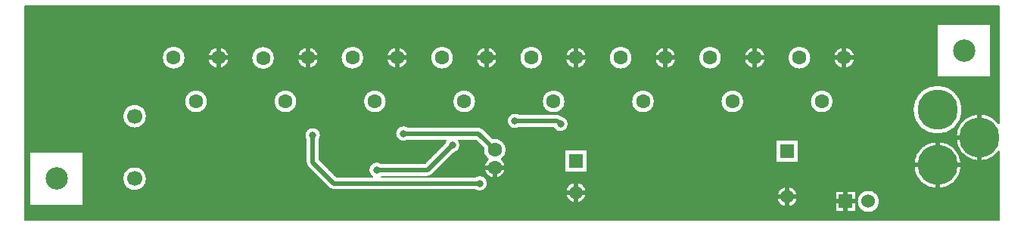
<source format=gbl>
G04 Layer_Physical_Order=2*
G04 Layer_Color=16711680*
%FSLAX24Y24*%
%MOIN*%
G70*
G01*
G75*
%ADD10C,0.0079*%
%ADD24C,0.0197*%
%ADD28C,0.0630*%
%ADD29C,0.0669*%
%ADD30R,0.0600X0.0600*%
%ADD31C,0.0600*%
%ADD32R,0.0600X0.0600*%
%ADD33C,0.1772*%
%ADD34C,0.0984*%
%ADD35C,0.0315*%
D10*
X45532Y37362D02*
G03*
X45532Y37362I-472J0D01*
G01*
X43602D02*
G03*
X43602Y37362I-512J0D01*
G01*
X41594D02*
G03*
X41594Y37362I-472J0D01*
G01*
X39665D02*
G03*
X39665Y37362I-512J0D01*
G01*
X37657D02*
G03*
X37657Y37362I-472J0D01*
G01*
X35728D02*
G03*
X35728Y37362I-512J0D01*
G01*
X33720D02*
G03*
X33720Y37362I-472J0D01*
G01*
X31791D02*
G03*
X31791Y37362I-512J0D01*
G01*
X51870Y34458D02*
G03*
X51870Y33239I-846J-610D01*
G01*
X50256Y35069D02*
G03*
X50256Y35069I-1083J0D01*
G01*
X50217Y32628D02*
G03*
X50217Y32628I-1043J0D01*
G01*
X44587Y35433D02*
G03*
X44587Y35433I-512J0D01*
G01*
X40650D02*
G03*
X40650Y35433I-512J0D01*
G01*
X36713D02*
G03*
X36713Y35433I-512J0D01*
G01*
X32923Y34439D02*
G03*
X32639Y34786I-354J0D01*
G01*
Y34786D02*
G03*
X32431Y34872I-208J-209D01*
G01*
X32639Y34786D02*
G03*
X32431Y34872I-208J-209D01*
G01*
X32776Y35433D02*
G03*
X32776Y35433I-512J0D01*
G01*
X30757Y34872D02*
G03*
X30757Y34281I-196J-295D01*
G01*
X32251D02*
G03*
X32923Y34439I317J157D01*
G01*
X30148Y32510D02*
G03*
X29970Y32879I-472J0D01*
G01*
X30187Y33297D02*
G03*
X29588Y33802I-512J0D01*
G01*
X29970Y32879D02*
G03*
X30187Y33297I-295J418D01*
G01*
X46625Y31024D02*
G03*
X46625Y31024I-497J0D01*
G01*
X43007Y31228D02*
G03*
X43007Y31228I-457J0D01*
G01*
X33706Y31417D02*
G03*
X33706Y31417I-457J0D01*
G01*
X29783Y37362D02*
G03*
X29783Y37362I-472J0D01*
G01*
X27864D02*
G03*
X27864Y37362I-512J0D01*
G01*
X25846D02*
G03*
X25846Y37362I-472J0D01*
G01*
X23917D02*
G03*
X23917Y37362I-512J0D01*
G01*
X21919D02*
G03*
X21919Y37362I-472J0D01*
G01*
X19980Y37352D02*
G03*
X19980Y37352I-512J0D01*
G01*
X17972Y37362D02*
G03*
X17972Y37362I-472J0D01*
G01*
X16043D02*
G03*
X16043Y37362I-512J0D01*
G01*
X29165Y34225D02*
G03*
X28957Y34311I-209J-209D01*
G01*
X28839Y35433D02*
G03*
X28839Y35433I-512J0D01*
G01*
X29165Y34225D02*
G03*
X28957Y34311I-209J-209D01*
G01*
X25845D02*
G03*
X25845Y33720I-196J-295D01*
G01*
X29171Y33384D02*
G03*
X29380Y32879I504J-87D01*
G01*
X28159Y33504D02*
G03*
X28086Y33720I-354J0D01*
G01*
X27525D02*
G03*
X27458Y33574I280J-217D01*
G01*
X27875Y33157D02*
G03*
X28159Y33504I-70J347D01*
G01*
X24902Y35433D02*
G03*
X24902Y35433I-512J0D01*
G01*
X29380Y32879D02*
G03*
X30148Y32510I295J-369D01*
G01*
X29360Y31821D02*
G03*
X28810Y32116I-354J0D01*
G01*
Y31526D02*
G03*
X29360Y31821I196J295D01*
G01*
X26713Y32116D02*
G03*
X26921Y32203I0J295D01*
G01*
X26713Y32116D02*
G03*
X26921Y32203I0J295D01*
G01*
X24674Y32707D02*
G03*
X24282Y32116I-196J-295D01*
G01*
X20965Y35433D02*
G03*
X20965Y35433I-512J0D01*
G01*
X22008Y33937D02*
G03*
X21358Y33741I-354J0D01*
G01*
X21949D02*
G03*
X22008Y33937I-295J196D01*
G01*
X17028Y35433D02*
G03*
X17028Y35433I-512J0D01*
G01*
X14341Y34783D02*
G03*
X14341Y34783I-531J0D01*
G01*
D02*
G03*
X14341Y34783I-531J0D01*
G01*
X21358Y32746D02*
G03*
X21445Y32537I295J0D01*
G01*
X21358Y32746D02*
G03*
X21445Y32537I295J0D01*
G01*
X14341Y32028D02*
G03*
X14341Y32028I-531J0D01*
G01*
X22370Y31612D02*
G03*
X22579Y31526I209J209D01*
G01*
X22370Y31612D02*
G03*
X22579Y31526I209J209D01*
G01*
X14341Y32028D02*
G03*
X14341Y32028I-531J0D01*
G01*
X51516Y38150D02*
X51870D01*
X51516Y38209D02*
X51870D01*
X51516Y38090D02*
X51870D01*
X51516Y38327D02*
X51870D01*
X51516Y38268D02*
X51870D01*
X51516Y37913D02*
X51870D01*
X51516Y37854D02*
X51870D01*
X51516Y38031D02*
X51870D01*
X51516Y37972D02*
X51870D01*
X51516Y38681D02*
X51870D01*
X51516Y38740D02*
X51870D01*
X51516Y38622D02*
X51870D01*
X49154Y38848D02*
X51516D01*
Y38799D02*
X51870D01*
X51516Y38445D02*
X51870D01*
X51516Y38386D02*
X51870D01*
X51516Y38563D02*
X51870D01*
X51516Y38504D02*
X51870D01*
X51516Y37559D02*
X51870D01*
X51516Y37618D02*
X51870D01*
X51516Y37500D02*
X51870D01*
X51516Y37795D02*
X51870D01*
X51516Y37677D02*
X51870D01*
X51516Y37264D02*
X51870D01*
X51516Y37205D02*
X51870D01*
X51516Y37441D02*
X51870D01*
X51516Y37382D02*
X51870D01*
X51516Y37736D02*
X51870D01*
X51516Y36496D02*
Y38848D01*
X49154Y36496D02*
Y38848D01*
X45511Y37500D02*
X49154D01*
X45525Y37441D02*
X49154D01*
X45531Y37382D02*
X49154D01*
X51516Y37323D02*
X51870D01*
X45530D02*
X49154D01*
X45521Y37264D02*
X49154D01*
X45348Y37736D02*
X49154D01*
X45248Y37795D02*
X49154D01*
X43440Y37736D02*
X44770D01*
X43231Y37854D02*
X49154D01*
X43363Y37795D02*
X44870D01*
X45456Y37618D02*
X49154D01*
X45489Y37559D02*
X49154D01*
X43494Y37677D02*
X44707D01*
X45411D02*
X49154D01*
X41411Y37736D02*
X42741D01*
X41474Y37677D02*
X42687D01*
X43534Y37618D02*
X44662D01*
X39294Y37854D02*
X42950D01*
X41311Y37795D02*
X42818D01*
X43563Y37559D02*
X44630D01*
X41574Y37500D02*
X42598D01*
X41519Y37618D02*
X42647D01*
X41552Y37559D02*
X42618D01*
X43583Y37500D02*
X44607D01*
X45504Y37205D02*
X49154D01*
X43593Y37264D02*
X44597D01*
X43578Y37205D02*
X44614D01*
X43596Y37441D02*
X44593D01*
X43602Y37382D02*
X44587D01*
X41588Y37441D02*
X42585D01*
X41594Y37382D02*
X42579D01*
X41593Y37323D02*
X42580D01*
X43601D02*
X44588D01*
X41584Y37264D02*
X42588D01*
X41567Y37205D02*
X42604D01*
X51516Y36968D02*
X51870D01*
X51516Y37027D02*
X51870D01*
X51516Y36909D02*
X51870D01*
X51516Y37146D02*
X51870D01*
X51516Y37087D02*
X51870D01*
X51516Y36614D02*
X51870D01*
X51516Y36555D02*
X51870D01*
X51516Y36850D02*
X51870D01*
X51516Y36791D02*
X51870D01*
X45443Y37087D02*
X49154D01*
X45479Y37146D02*
X49154D01*
X45392Y37027D02*
X49154D01*
X45320Y36968D02*
X49154D01*
X45194Y36909D02*
X49154D01*
X51516Y36732D02*
X51870D01*
X51516Y36673D02*
X51870D01*
X49154Y36496D02*
X51516D01*
X49319Y36142D02*
X51870D01*
X49861Y35905D02*
X51870D01*
X49782Y35965D02*
X51870D01*
X49927Y35846D02*
X51870D01*
X49553Y36083D02*
X51870D01*
X49684Y36024D02*
X51870D01*
X50074Y35669D02*
X51870D01*
X50111Y35610D02*
X51870D01*
X49983Y35787D02*
X51870D01*
X50032Y35728D02*
X51870D01*
X50170Y35492D02*
X51870D01*
X50143Y35551D02*
X51870D01*
X50193Y35433D02*
X51870D01*
X44583Y35492D02*
X48177D01*
X44587Y35433D02*
X48154D01*
X50240Y35256D02*
X51870D01*
X50248Y35197D02*
X51870D01*
X50212Y35374D02*
X51870D01*
X50228Y35315D02*
X51870D01*
X43522Y37087D02*
X44675D01*
X43554Y37146D02*
X44639D01*
X43478Y37027D02*
X44726D01*
X43417Y36968D02*
X44798D01*
X43329Y36909D02*
X44924D01*
X44444Y35787D02*
X48363D01*
X44493Y35728D02*
X48314D01*
X44272Y35905D02*
X48486D01*
X44377Y35846D02*
X48420D01*
X41506Y37087D02*
X42659D01*
X41542Y37146D02*
X42627D01*
X41455Y37027D02*
X42703D01*
X41383Y36968D02*
X42764D01*
X41257Y36909D02*
X42852D01*
X40507Y35787D02*
X43705D01*
X40556Y35728D02*
X43657D01*
X40335Y35905D02*
X43878D01*
X40440Y35846D02*
X43773D01*
X44573Y35551D02*
X48204D01*
X44583Y35374D02*
X48134D01*
X44573Y35315D02*
X48119D01*
X44529Y35669D02*
X48272D01*
X44555Y35610D02*
X48236D01*
X44555Y35256D02*
X48107D01*
X44529Y35197D02*
X48098D01*
X40556Y35138D02*
X43657D01*
X44493D02*
X48093D01*
X40636Y35551D02*
X43577D01*
X40646Y35492D02*
X43566D01*
X40650Y35433D02*
X43563D01*
X40592Y35669D02*
X43621D01*
X40618Y35610D02*
X43595D01*
X40646Y35374D02*
X43566D01*
X40636Y35315D02*
X43577D01*
X40618Y35256D02*
X43595D01*
X40592Y35197D02*
X43621D01*
X39426Y37795D02*
X40933D01*
X39503Y37736D02*
X40833D01*
X39557Y37677D02*
X40770D01*
X37374Y37795D02*
X38881D01*
X37474Y37736D02*
X38804D01*
X39626Y37559D02*
X40693D01*
X39646Y37500D02*
X40670D01*
X37537Y37677D02*
X38750D01*
X39597Y37618D02*
X40725D01*
X37582D02*
X38710D01*
X35660D02*
X36788D01*
X37615Y37559D02*
X38681D01*
X35566Y37736D02*
X36896D01*
X35620Y37677D02*
X36833D01*
X37637Y37500D02*
X38661D01*
X37651Y37441D02*
X38648D01*
X35689Y37559D02*
X36756D01*
X35709Y37500D02*
X36733D01*
X39659Y37441D02*
X40656D01*
X39665Y37382D02*
X40650D01*
X37656Y37323D02*
X38643D01*
X35722Y37441D02*
X36719D01*
X37657Y37382D02*
X38642D01*
X35728D02*
X36713D01*
X35727Y37323D02*
X36714D01*
X35357Y37854D02*
X39013D01*
X35489Y37795D02*
X36996D01*
X33437D02*
X34944D01*
X31420Y37854D02*
X35076D01*
X31552Y37795D02*
X33059D01*
X33645Y37618D02*
X34773D01*
X33678Y37559D02*
X34744D01*
X33537Y37736D02*
X34867D01*
X33600Y37677D02*
X34813D01*
X31629Y37736D02*
X32959D01*
X31683Y37677D02*
X32896D01*
X29663D02*
X30876D01*
X29500Y37795D02*
X31007D01*
X29600Y37736D02*
X30930D01*
X31723Y37618D02*
X32851D01*
X31752Y37559D02*
X32819D01*
X29708Y37618D02*
X30836D01*
X29741Y37559D02*
X30807D01*
X33700Y37500D02*
X34724D01*
X33714Y37441D02*
X34711D01*
X33720Y37382D02*
X34705D01*
X33719Y37323D02*
X34706D01*
X31772Y37500D02*
X32796D01*
X31785Y37441D02*
X32782D01*
X29763Y37500D02*
X30787D01*
X29783Y37382D02*
X30768D01*
X31791D02*
X32776D01*
X29777Y37441D02*
X30774D01*
X29782Y37323D02*
X30769D01*
X39656Y37264D02*
X40660D01*
X39664Y37323D02*
X40651D01*
X39641Y37205D02*
X40677D01*
X39617Y37146D02*
X40702D01*
X39585Y37087D02*
X40738D01*
X39541Y37027D02*
X40789D01*
X39480Y36968D02*
X40861D01*
X37518Y37027D02*
X38766D01*
X37446Y36968D02*
X38827D01*
X37647Y37264D02*
X38651D01*
X35719D02*
X36723D01*
X37630Y37205D02*
X38667D01*
X35703D02*
X36740D01*
X35680Y37146D02*
X36765D01*
X37605D02*
X38690D01*
X37569Y37087D02*
X38722D01*
X35648D02*
X36801D01*
X35604Y37027D02*
X36852D01*
X39392Y36909D02*
X40987D01*
X36570Y35787D02*
X39768D01*
X36619Y35728D02*
X39720D01*
X36398Y35905D02*
X39941D01*
X36503Y35846D02*
X39836D01*
X36655Y35669D02*
X39684D01*
X36681Y35256D02*
X39658D01*
X36655Y35197D02*
X39684D01*
X36619Y35138D02*
X39720D01*
X36681Y35610D02*
X39658D01*
X37320Y36909D02*
X38915D01*
X36699Y35551D02*
X39640D01*
X35543Y36968D02*
X36924D01*
X35455Y36909D02*
X37050D01*
X36709Y35492D02*
X39629D01*
X36713Y35433D02*
X39626D01*
X36709Y35374D02*
X39629D01*
X36699Y35315D02*
X39640D01*
X33693Y37205D02*
X34730D01*
X33710Y37264D02*
X34714D01*
X33668Y37146D02*
X34753D01*
X31743D02*
X32828D01*
X33632Y37087D02*
X34785D01*
X31711D02*
X32864D01*
X33581Y37027D02*
X34829D01*
X31667D02*
X32915D01*
X31606Y36968D02*
X32987D01*
X31782Y37264D02*
X32786D01*
X31790Y37323D02*
X32777D01*
X31766Y37205D02*
X32803D01*
X29773Y37264D02*
X30777D01*
X29756Y37205D02*
X30793D01*
X29731Y37146D02*
X30816D01*
X29695Y37087D02*
X30848D01*
X29644Y37027D02*
X30892D01*
X29572Y36968D02*
X30953D01*
X32633Y35787D02*
X35831D01*
X32682Y35728D02*
X35783D01*
X32718Y35669D02*
X35747D01*
X32461Y35905D02*
X36004D01*
X32566Y35846D02*
X35899D01*
X32744Y35610D02*
X35721D01*
X32744Y35256D02*
X35721D01*
X32718Y35197D02*
X35747D01*
X32682Y35138D02*
X35783D01*
X33383Y36909D02*
X34978D01*
X33509Y36968D02*
X34890D01*
X32762Y35551D02*
X35703D01*
X29446Y36909D02*
X31041D01*
X31518D02*
X33113D01*
X32772Y35492D02*
X35692D01*
X32776Y35433D02*
X35689D01*
X32772Y35374D02*
X35692D01*
X32762Y35315D02*
X35703D01*
X50256Y35079D02*
X51870D01*
X50254Y35138D02*
X51870D01*
X50255Y35020D02*
X51870D01*
X50250Y34961D02*
X51870D01*
X50243Y34902D02*
X51870D01*
X51590Y34724D02*
X51870D01*
X51673Y34665D02*
X51870D01*
X51340Y34842D02*
X51870D01*
X51487Y34783D02*
X51870D01*
X50232Y34842D02*
X50707D01*
X50218Y34783D02*
X50561D01*
X51741Y34606D02*
X51870D01*
X50200Y34724D02*
X50457D01*
X50178Y34665D02*
X50375D01*
X50152Y34606D02*
X50307D01*
X51798Y34547D02*
X51870D01*
X50122D02*
X50249D01*
X50087Y34488D02*
X50199D01*
X51870Y34458D02*
Y39626D01*
X51832Y33189D02*
X51870D01*
Y30217D02*
Y33239D01*
X50053Y33189D02*
X50215D01*
X51780Y33130D02*
X51870D01*
X50047Y34429D02*
X50157D01*
X50000Y34370D02*
X50120D01*
X49946Y34311D02*
X50088D01*
X49884Y34252D02*
X50061D01*
X49809Y34193D02*
X50039D01*
X49965Y33307D02*
X50132D01*
X50012Y33248D02*
X50170D01*
X49846Y33425D02*
X50070D01*
X49911Y33366D02*
X50099D01*
X49719Y34134D02*
X50020D01*
X49602Y34075D02*
X50005D01*
X49424Y34016D02*
X49994D01*
X32749Y34134D02*
X48628D01*
X29492Y33898D02*
X49981D01*
X29552Y33839D02*
X49980D01*
X29374Y34016D02*
X48922D01*
X29433Y33957D02*
X49986D01*
X32920Y34488D02*
X48260D01*
X32906Y34547D02*
X48225D01*
X32923Y34429D02*
X48300D01*
X32842Y34665D02*
X48169D01*
X32881Y34606D02*
X48194D01*
X32916Y34370D02*
X48346D01*
X32899Y34311D02*
X48400D01*
X32870Y34252D02*
X48463D01*
X32824Y34193D02*
X48537D01*
X49317Y33661D02*
X49997D01*
X29847Y33779D02*
X49983D01*
X43046Y33720D02*
X49988D01*
X49674Y33543D02*
X50026D01*
X49769Y33484D02*
X50046D01*
X43046Y33661D02*
X49030D01*
X49546Y33602D02*
X50010D01*
X43046Y33484D02*
X48577D01*
X43046Y33425D02*
X48500D01*
X43046Y33366D02*
X48436D01*
X43046Y33602D02*
X48800D01*
X43046Y33543D02*
X48672D01*
X43046Y33189D02*
X48294D01*
X43046Y33130D02*
X48259D01*
X43046Y33307D02*
X48381D01*
X43046Y33248D02*
X48334D01*
X51647Y33012D02*
X51870D01*
X51719Y33071D02*
X51870D01*
X51559Y32953D02*
X51870D01*
X51444Y32894D02*
X51870D01*
X51270Y32835D02*
X51870D01*
X50213Y32716D02*
X51870D01*
X50216Y32657D02*
X51870D01*
X50206Y32776D02*
X51870D01*
X50213Y32539D02*
X51870D01*
X50165Y32953D02*
X50489D01*
X50143Y33012D02*
X50400D01*
X50182Y32894D02*
X50603D01*
X50088Y33130D02*
X50267D01*
X50118Y33071D02*
X50328D01*
X50196Y32835D02*
X50777D01*
X50216Y32598D02*
X51870D01*
X50196Y32421D02*
X51870D01*
X50206Y32480D02*
X51870D01*
X50182Y32362D02*
X51870D01*
X50165Y32303D02*
X51870D01*
X50143Y32244D02*
X51870D01*
X50118Y32185D02*
X51870D01*
X50088Y32126D02*
X51870D01*
X50053Y32067D02*
X51870D01*
X50012Y32008D02*
X51870D01*
X49910Y31890D02*
X51870D01*
X49965Y31949D02*
X51870D01*
X49846Y31831D02*
X51870D01*
X49769Y31772D02*
X51870D01*
X49674Y31713D02*
X51870D01*
X49546Y31653D02*
X51870D01*
X49316Y31594D02*
X51870D01*
X46624Y31004D02*
X51870D01*
X29951Y32126D02*
X48259D01*
X30018Y32185D02*
X48229D01*
X29839Y32067D02*
X48294D01*
X29336Y31949D02*
X48381D01*
X29353Y31890D02*
X48436D01*
X33598Y31713D02*
X48673D01*
X42718Y31653D02*
X48801D01*
X33444Y31831D02*
X48500D01*
X33537Y31772D02*
X48577D01*
X43046Y32953D02*
X48182D01*
X43046Y32894D02*
X48164D01*
X43046Y32835D02*
X48151D01*
X43046Y33071D02*
X48229D01*
X43046Y33012D02*
X48203D01*
X33745Y32421D02*
X48151D01*
X33745Y32362D02*
X48164D01*
X33745Y32303D02*
X48182D01*
X30066Y32244D02*
X48203D01*
X46619Y30945D02*
X51870D01*
X46623Y31063D02*
X51870D01*
X46605Y30886D02*
X51870D01*
X46584Y30827D02*
X51870D01*
X46554Y30768D02*
X51870D01*
X46512Y30709D02*
X51870D01*
X46455Y30650D02*
X51870D01*
X46371Y30590D02*
X51870D01*
X46196Y30531D02*
X51870D01*
X46431Y31417D02*
X51870D01*
X46333Y31476D02*
X51870D01*
X46495Y31358D02*
X51870D01*
X42824Y31594D02*
X49031D01*
X42888Y31535D02*
X51870D01*
X46599Y31181D02*
X51870D01*
X46615Y31122D02*
X51870D01*
X46541Y31299D02*
X51870D01*
X46575Y31240D02*
X51870D01*
X44376Y35020D02*
X48092D01*
X44444Y35079D02*
X48091D01*
X40507D02*
X43706D01*
X40439Y35020D02*
X43773D01*
X40334Y34961D02*
X43878D01*
X44271D02*
X48096D01*
X32652Y34783D02*
X48129D01*
X32779Y34724D02*
X48147D01*
X36502Y35020D02*
X39836D01*
X36570Y35079D02*
X39769D01*
X32633D02*
X35832D01*
X36397Y34961D02*
X39941D01*
X42052Y33725D02*
X43046D01*
X32751Y33292D02*
X33745D01*
X43046Y32776D02*
X48140D01*
X33745Y33012D02*
X42052D01*
X43046Y32731D02*
Y33725D01*
X33745Y32953D02*
X42052D01*
X33745Y32894D02*
X42052D01*
Y32731D02*
X43046D01*
X33745Y32716D02*
X48134D01*
X33745Y32657D02*
X48130D01*
X33745Y32598D02*
X48130D01*
X42052Y32731D02*
Y33725D01*
X33745Y33189D02*
X42052D01*
X33745Y32298D02*
Y33292D01*
Y33248D02*
X42052D01*
X32751Y32298D02*
Y33292D01*
X33745Y32835D02*
X42052D01*
X33745Y32776D02*
X42052D01*
X33745Y33130D02*
X42052D01*
X33745Y33071D02*
X42052D01*
X30703Y34902D02*
X48104D01*
X32460Y34961D02*
X36004D01*
X32560Y34842D02*
X48115D01*
X29963Y33720D02*
X42052D01*
X30035Y33661D02*
X42052D01*
X30152Y33484D02*
X42052D01*
X30171Y33425D02*
X42052D01*
X30086Y33602D02*
X42052D01*
X30124Y33543D02*
X42052D01*
X32565Y35020D02*
X35899D01*
X30757Y34872D02*
X32431D01*
X30757Y34281D02*
X32251D01*
X30702Y34252D02*
X32268D01*
X30187Y33307D02*
X42052D01*
X30182Y33366D02*
X42052D01*
X30185Y33248D02*
X32751D01*
X30175Y33189D02*
X32751D01*
X30159Y33130D02*
X32751D01*
X30134Y33071D02*
X32751D01*
X30100Y33012D02*
X32751D01*
X30054Y32953D02*
X32751D01*
X29990Y32894D02*
X32751D01*
X30066Y32776D02*
X32751D01*
X30018Y32835D02*
X32751D01*
X30124Y32657D02*
X32751D01*
X30139Y32598D02*
X32751D01*
X30100Y32716D02*
X32751D01*
X45585Y31417D02*
X45825D01*
X45585Y31358D02*
X45761D01*
X45585Y31299D02*
X45715D01*
X44670Y31481D02*
X45585D01*
Y31476D02*
X45923D01*
X45585Y31122D02*
X45641D01*
X45585Y31063D02*
X45633D01*
X45585Y31240D02*
X45681D01*
X45585Y31181D02*
X45657D01*
X43001Y31299D02*
X44670D01*
X42988Y31358D02*
X44670D01*
X43007Y31240D02*
X44670D01*
X42934Y31476D02*
X44670D01*
X42966Y31417D02*
X44670D01*
X43004Y31181D02*
X44670D01*
X42994Y31122D02*
X44670D01*
X42976Y31063D02*
X44670D01*
X42948Y31004D02*
X44670D01*
X45585Y30945D02*
X45637D01*
X45585Y31004D02*
X45631D01*
X45585Y30886D02*
X45651D01*
X45585Y30827D02*
X45672D01*
X45585Y30650D02*
X45801D01*
X45585Y30590D02*
X45885D01*
X45585Y30768D02*
X45702D01*
X45585Y30709D02*
X45744D01*
X45585Y30566D02*
Y31481D01*
X44670Y30566D02*
Y31481D01*
Y30566D02*
X45585D01*
X42908Y30945D02*
X44670D01*
X42852Y30886D02*
X44670D01*
X33745Y32480D02*
X48140D01*
X33745Y32539D02*
X48134D01*
X33640Y31653D02*
X42380D01*
X32751Y32298D02*
X33745D01*
X29360Y31831D02*
X33052D01*
X33702Y31476D02*
X42165D01*
X33706Y31417D02*
X42133D01*
X33670Y31594D02*
X42275D01*
X33690Y31535D02*
X42210D01*
X30147Y32480D02*
X32751D01*
X30147Y32539D02*
X32751D01*
X30139Y32421D02*
X32751D01*
X30124Y32362D02*
X32751D01*
X30100Y32303D02*
X32751D01*
X29357Y31772D02*
X32959D01*
X29343Y31713D02*
X32899D01*
X29318Y31653D02*
X32856D01*
X33702Y31358D02*
X42111D01*
X42768Y30827D02*
X44670D01*
X33537Y31063D02*
X42123D01*
X33444Y31004D02*
X42151D01*
X33690Y31299D02*
X42097D01*
X33670Y31240D02*
X42092D01*
X33640Y31181D02*
X42094D01*
X33597Y31122D02*
X42104D01*
X27625Y37795D02*
X29122D01*
X27702Y37736D02*
X29022D01*
X27756Y37677D02*
X28959D01*
X27493Y37854D02*
X31139D01*
X25563Y37795D02*
X27079D01*
X27845Y37500D02*
X28859D01*
X27858Y37441D02*
X28845D01*
X27796Y37618D02*
X28914D01*
X27825Y37559D02*
X28882D01*
X25726Y37677D02*
X26949D01*
X25771Y37618D02*
X26909D01*
X25804Y37559D02*
X26880D01*
X25663Y37736D02*
X27003D01*
X23878Y37559D02*
X24945D01*
X25826Y37500D02*
X26859D01*
X25840Y37441D02*
X26847D01*
X23898Y37500D02*
X24922D01*
X23911Y37441D02*
X24908D01*
X27864Y37382D02*
X28839D01*
X27863Y37323D02*
X28840D01*
X25836Y37264D02*
X26850D01*
X25846Y37382D02*
X26841D01*
X25845Y37323D02*
X26842D01*
X23917Y37382D02*
X24902D01*
X23916Y37323D02*
X24903D01*
X8996Y39508D02*
X51870D01*
X8996Y39567D02*
X51870D01*
X8996Y39449D02*
X51870D01*
X8996Y39626D02*
X51870D01*
X8996Y39626D02*
X51870D01*
X8996Y39272D02*
X51870D01*
X8996Y39213D02*
X51870D01*
X8996Y39390D02*
X51870D01*
X8996Y39331D02*
X51870D01*
X8996Y38976D02*
X51870D01*
X8996Y39035D02*
X51870D01*
X8996Y38917D02*
X51870D01*
X8996Y39153D02*
X51870D01*
X8996Y39094D02*
X51870D01*
X8996Y38740D02*
X49154D01*
X8996Y38681D02*
X49154D01*
X8996Y38858D02*
X51870D01*
X8996Y38799D02*
X49154D01*
X8996Y38445D02*
X49154D01*
X8996Y38504D02*
X49154D01*
X8996Y38386D02*
X49154D01*
X8996Y38622D02*
X49154D01*
X8996Y38563D02*
X49154D01*
X8996Y38209D02*
X49154D01*
X8996Y38150D02*
X49154D01*
X8996Y38327D02*
X49154D01*
X8996Y38268D02*
X49154D01*
X8996Y37913D02*
X49154D01*
X8996Y37972D02*
X49154D01*
X23546Y37854D02*
X27212D01*
X8996Y38090D02*
X49154D01*
X8996Y38031D02*
X49154D01*
X23809Y37677D02*
X25022D01*
X23849Y37618D02*
X24977D01*
X23678Y37795D02*
X25185D01*
X23755Y37736D02*
X25085D01*
X27740Y37027D02*
X28978D01*
X27784Y37087D02*
X28927D01*
X28524Y35905D02*
X32067D01*
X27679Y36968D02*
X29050D01*
X27591Y36909D02*
X29176D01*
X28745Y35728D02*
X31846D01*
X28781Y35669D02*
X31810D01*
X28629Y35846D02*
X31962D01*
X28696Y35787D02*
X31894D01*
X27839Y37205D02*
X28866D01*
X27855Y37264D02*
X28849D01*
X27816Y37146D02*
X28891D01*
X25819Y37205D02*
X26865D01*
X25794Y37146D02*
X26889D01*
X25758Y37087D02*
X26921D01*
X25707Y37027D02*
X26965D01*
X25635Y36968D02*
X27025D01*
X25509Y36909D02*
X27114D01*
X28825Y35551D02*
X31766D01*
X28835Y35374D02*
X31755D01*
X28825Y35315D02*
X31766D01*
X28807Y35610D02*
X31784D01*
X28807Y35256D02*
X31784D01*
X28781Y35197D02*
X31810D01*
X28745Y35138D02*
X31846D01*
X28696Y35079D02*
X31895D01*
X28628Y35020D02*
X31962D01*
X28835Y35492D02*
X31755D01*
X24898D02*
X27818D01*
X28839Y35433D02*
X31752D01*
X24870Y35610D02*
X27847D01*
X24888Y35551D02*
X27829D01*
X24902Y35433D02*
X27815D01*
X24898Y35374D02*
X27818D01*
X24888Y35315D02*
X27829D01*
X24870Y35256D02*
X27847D01*
X8996Y36555D02*
X49154D01*
X8996Y36614D02*
X49154D01*
X8996Y36496D02*
X51870D01*
X8996Y36732D02*
X49154D01*
X8996Y36673D02*
X49154D01*
X8996Y36319D02*
X51870D01*
X8996Y36260D02*
X51870D01*
X8996Y36437D02*
X51870D01*
X8996Y36378D02*
X51870D01*
X23892Y37205D02*
X24929D01*
X23908Y37264D02*
X24912D01*
X23869Y37146D02*
X24954D01*
X23837Y37087D02*
X24990D01*
X23793Y37027D02*
X25041D01*
X23732Y36968D02*
X25113D01*
X23644Y36909D02*
X25239D01*
X19568Y36850D02*
X49154D01*
X8996Y36791D02*
X49154D01*
X8996Y36083D02*
X48793D01*
X8996Y36024D02*
X48663D01*
X8996Y35965D02*
X48565D01*
X8996Y36201D02*
X51870D01*
X8996Y36142D02*
X49027D01*
X24759Y35787D02*
X27957D01*
X24759Y35079D02*
X27958D01*
X24587Y35905D02*
X28130D01*
X24692Y35846D02*
X28025D01*
X24808Y35728D02*
X27909D01*
X20822Y35787D02*
X24020D01*
X24844Y35669D02*
X27873D01*
X20650Y35905D02*
X24193D01*
X20755Y35846D02*
X24088D01*
X24844Y35197D02*
X27873D01*
X24808Y35138D02*
X27909D01*
X20822Y35079D02*
X24021D01*
X20754Y35020D02*
X24088D01*
X21736Y37736D02*
X23056D01*
X21799Y37677D02*
X23002D01*
X21844Y37618D02*
X22962D01*
X19569Y37854D02*
X23265D01*
X21636Y37795D02*
X23133D01*
X21913Y37441D02*
X22900D01*
X21919Y37382D02*
X22894D01*
X21876Y37559D02*
X22933D01*
X21899Y37500D02*
X22913D01*
X19864Y37677D02*
X21095D01*
X19906Y37618D02*
X21050D01*
X19937Y37559D02*
X21017D01*
X19725Y37795D02*
X21258D01*
X19807Y37736D02*
X21158D01*
X19959Y37500D02*
X20995D01*
X19973Y37441D02*
X20981D01*
X17952Y37500D02*
X18978D01*
X17966Y37441D02*
X18964D01*
X21918Y37323D02*
X22895D01*
X21909Y37264D02*
X22903D01*
X21892Y37205D02*
X22919D01*
X19979Y37323D02*
X20976D01*
X19979Y37382D02*
X20975D01*
X17972D02*
X18958D01*
X17971Y37323D02*
X18958D01*
X19973Y37264D02*
X20985D01*
X19959Y37205D02*
X21001D01*
X17962Y37264D02*
X18964D01*
X17945Y37205D02*
X18978D01*
X17689Y37795D02*
X19212D01*
X17789Y37736D02*
X19130D01*
X15881D02*
X17211D01*
X15672Y37854D02*
X19368D01*
X15804Y37795D02*
X17311D01*
X17897Y37618D02*
X19031D01*
X17930Y37559D02*
X19000D01*
X15935Y37677D02*
X17148D01*
X17852D02*
X19073D01*
X8996Y37736D02*
X15182D01*
X8996Y37677D02*
X15128D01*
X15975Y37618D02*
X17103D01*
X8996Y37854D02*
X15391D01*
X8996Y37795D02*
X15259D01*
X8996Y37618D02*
X15088D01*
X16004Y37559D02*
X17070D01*
X8996D02*
X15059D01*
X8996Y37500D02*
X15039D01*
X16024D02*
X17048D01*
X17920Y37146D02*
X19000D01*
X16034Y37264D02*
X17038D01*
X16018Y37205D02*
X17055D01*
X16037Y37441D02*
X17034D01*
X16043Y37382D02*
X17028D01*
X8996Y37441D02*
X15026D01*
X8996Y37382D02*
X15020D01*
X8996Y37323D02*
X15021D01*
X16042D02*
X17029D01*
X8996Y37264D02*
X15029D01*
X8996Y37205D02*
X15045D01*
X21831Y37087D02*
X22974D01*
X21867Y37146D02*
X22942D01*
X21780Y37027D02*
X23018D01*
X19807Y36968D02*
X21186D01*
X21708D02*
X23079D01*
X21582Y36909D02*
X23167D01*
X20907Y35669D02*
X23936D01*
X19725Y36909D02*
X21312D01*
X20871Y35728D02*
X23972D01*
X19906Y37087D02*
X21063D01*
X19937Y37146D02*
X21027D01*
X19864Y37027D02*
X21113D01*
X17884Y37087D02*
X19031D01*
X17833Y37027D02*
X19073D01*
X17761Y36968D02*
X19130D01*
X17635Y36909D02*
X19212D01*
X16934Y35728D02*
X20035D01*
X16970Y35669D02*
X19999D01*
X20961Y35492D02*
X23881D01*
X20965Y35433D02*
X23878D01*
X20961Y35374D02*
X23881D01*
X20933Y35610D02*
X23910D01*
X20951Y35551D02*
X23892D01*
X20951Y35315D02*
X23892D01*
X20933Y35256D02*
X23910D01*
X20907Y35197D02*
X23936D01*
X20871Y35138D02*
X23972D01*
X17024Y35492D02*
X19944D01*
X17028Y35433D02*
X19941D01*
X17024Y35374D02*
X19944D01*
X16996Y35610D02*
X19973D01*
X17014Y35551D02*
X19955D01*
X17014Y35315D02*
X19955D01*
X16996Y35256D02*
X19973D01*
X16970Y35197D02*
X19999D01*
X16934Y35138D02*
X20035D01*
X15963Y37087D02*
X17116D01*
X15995Y37146D02*
X17080D01*
X15919Y37027D02*
X17167D01*
X15858Y36968D02*
X17239D01*
X15770Y36909D02*
X17365D01*
X16818Y35846D02*
X20151D01*
X16885Y35787D02*
X20083D01*
X8996Y36850D02*
X19369D01*
X16713Y35905D02*
X20256D01*
X8996Y36968D02*
X15205D01*
X8996Y37027D02*
X15144D01*
X8996Y36909D02*
X15293D01*
X8996Y37146D02*
X15068D01*
X8996Y37087D02*
X15100D01*
X8996Y35787D02*
X16146D01*
X8996Y35728D02*
X16098D01*
X8996Y35905D02*
X16319D01*
X8996Y35846D02*
X16214D01*
X14053Y35256D02*
X16036D01*
X13818Y35315D02*
X16018D01*
X14143Y35197D02*
X16062D01*
X8996Y35669D02*
X16062D01*
X8996Y35610D02*
X16036D01*
X16885Y35079D02*
X20083D01*
X16817Y35020D02*
X20151D01*
X14205Y35138D02*
X16098D01*
X14251Y35079D02*
X16146D01*
X8996Y35374D02*
X16007D01*
X8996Y35433D02*
X16004D01*
X8996Y35315D02*
X13800D01*
X8996Y35551D02*
X16018D01*
X8996Y35492D02*
X16007D01*
X8996Y35138D02*
X13413D01*
X8996Y35079D02*
X13367D01*
X8996Y35256D02*
X13565D01*
X8996Y35197D02*
X13475D01*
X29134Y34252D02*
X30420D01*
X28963Y34311D02*
X30327D01*
X28523Y34961D02*
X32067D01*
X25657Y34370D02*
X30273D01*
X29256Y34134D02*
X32389D01*
X29315Y34075D02*
X48744D01*
X29197Y34193D02*
X32314D01*
X29165Y34225D02*
X29588Y33802D01*
X25845Y34311D02*
X28957D01*
X24691Y35020D02*
X28025D01*
X28086Y33720D02*
X28834D01*
X28086Y33720D02*
X28834D01*
X25845Y33720D02*
X27525D01*
X25845Y33720D02*
X27525D01*
X28834Y33720D02*
X29171Y33384D01*
X28151Y33425D02*
X29130D01*
X28132Y33366D02*
X29168D01*
X28100Y33307D02*
X29163D01*
X28050Y33248D02*
X29166D01*
X27967Y33189D02*
X29175D01*
X27849Y33130D02*
X29192D01*
X27790Y33071D02*
X29216D01*
X28146Y33602D02*
X28953D01*
X28123Y33661D02*
X28894D01*
X26590Y32707D02*
X27458Y33574D01*
X28157Y33543D02*
X29012D01*
X28159Y33484D02*
X29071D01*
X26921Y32203D02*
X27875Y33157D01*
X14337Y34842D02*
X30327D01*
X14341Y34783D02*
X30273D01*
X14337Y34724D02*
X30239D01*
X14327Y34902D02*
X30419D01*
X14327Y34665D02*
X30218D01*
X14310Y34606D02*
X30208D01*
X14285Y34547D02*
X30208D01*
X14251Y34488D02*
X30218D01*
X14205Y34429D02*
X30239D01*
X24586Y34961D02*
X28130D01*
X20649D02*
X24193D01*
X14143Y34370D02*
X25643D01*
X14052Y34311D02*
X25454D01*
X21948Y34134D02*
X25316D01*
X21980Y34075D02*
X25300D01*
X21816Y34252D02*
X25385D01*
X21899Y34193D02*
X25343D01*
X21949Y33543D02*
X27427D01*
X21949Y33484D02*
X27368D01*
X21949Y33425D02*
X27309D01*
X21949Y33661D02*
X27488D01*
X21949Y33602D02*
X27465D01*
X21949Y33248D02*
X27132D01*
X21949Y33189D02*
X27073D01*
X21949Y33366D02*
X27250D01*
X21949Y33307D02*
X27191D01*
X22007Y33957D02*
X25300D01*
X21999Y34016D02*
X25295D01*
X22006Y33898D02*
X25316D01*
X21994Y33839D02*
X25343D01*
X21971Y33779D02*
X25386D01*
X21949Y33071D02*
X26954D01*
X21949Y33012D02*
X26895D01*
X21949Y33720D02*
X25454D01*
X21949Y33130D02*
X27013D01*
X27671Y32953D02*
X29297D01*
X27731Y33012D02*
X29250D01*
X27612Y32894D02*
X29360D01*
X27553Y32835D02*
X29332D01*
X27494Y32776D02*
X29285D01*
X27435Y32716D02*
X29250D01*
X27022Y32303D02*
X29250D01*
X26963Y32244D02*
X29285D01*
X27376Y32657D02*
X29226D01*
X27317Y32598D02*
X29211D01*
X27258Y32539D02*
X29204D01*
X24659Y32716D02*
X26600D01*
X24674Y32707D02*
X26590D01*
X27199Y32480D02*
X29204D01*
X27140Y32421D02*
X29211D01*
X27081Y32362D02*
X29226D01*
X22632Y32185D02*
X24206D01*
X29261Y32067D02*
X29511D01*
X29307Y32008D02*
X48334D01*
X29186Y32126D02*
X29400D01*
X29278Y31594D02*
X32826D01*
X29216Y31535D02*
X32806D01*
X29089Y31476D02*
X32794D01*
X26902Y32185D02*
X29332D01*
X26788Y32126D02*
X28826D01*
X24674Y32116D02*
X26713D01*
X24674Y32116D02*
X28810D01*
X22691Y32126D02*
X24268D01*
X22701Y32116D02*
X24282D01*
X21949Y32953D02*
X26836D01*
X21983Y32835D02*
X26718D01*
X22579Y31526D02*
X28810D01*
X21949Y32894D02*
X26777D01*
X11555Y31476D02*
X28923D01*
X11555Y31299D02*
X32806D01*
X11555Y31240D02*
X32826D01*
X11555Y31417D02*
X32791D01*
X11555Y31358D02*
X32794D01*
X22160Y32657D02*
X24223D01*
X22219Y32598D02*
X24177D01*
X22278Y32539D02*
X24148D01*
X22042Y32776D02*
X26659D01*
X22101Y32716D02*
X24298D01*
X22514Y32303D02*
X24141D01*
X22573Y32244D02*
X24166D01*
X22337Y32480D02*
X24131D01*
X22455Y32362D02*
X24127D01*
X8996Y30472D02*
X51870D01*
X8996Y30531D02*
X46060D01*
X8996Y30413D02*
X51870D01*
X8996Y30650D02*
X44670D01*
X8996Y30590D02*
X44670D01*
X8996Y30236D02*
X51870D01*
X8996Y30217D02*
X51870D01*
X8996Y30354D02*
X51870D01*
X8996Y30295D02*
X51870D01*
X11555Y31004D02*
X33052D01*
X11555Y31063D02*
X32959D01*
X11555Y30945D02*
X42190D01*
X11555Y31181D02*
X32856D01*
X11555Y31122D02*
X32899D01*
X11555Y30886D02*
X42246D01*
X8996Y30827D02*
X42330D01*
X8996Y30768D02*
X44670D01*
X8996Y30709D02*
X44670D01*
X16712Y34961D02*
X20256D01*
X8996Y34252D02*
X21491D01*
X8996Y34193D02*
X21408D01*
X11555Y33130D02*
X21358D01*
X8996Y34134D02*
X21359D01*
X11555Y33189D02*
X21358D01*
X14310Y34961D02*
X16319D01*
X14285Y35020D02*
X16214D01*
X8996Y34311D02*
X13566D01*
X9193Y33209D02*
X11555D01*
X8996Y34429D02*
X13413D01*
X8996Y34370D02*
X13475D01*
X21949Y32868D02*
Y33741D01*
Y32868D02*
X22701Y32116D01*
X11555Y32894D02*
X21358D01*
X11555Y32835D02*
X21358D01*
X11555Y32716D02*
X21360D01*
X11555Y32657D02*
X21372D01*
X11555Y32598D02*
X21398D01*
X21358Y32746D02*
Y33741D01*
X11555Y33071D02*
X21358D01*
X11555Y30856D02*
Y33209D01*
X9193Y30856D02*
Y33209D01*
X8996Y30217D02*
Y39626D01*
X11555Y32776D02*
X21358D01*
X11555Y33012D02*
X21358D01*
X11555Y32953D02*
X21358D01*
X8996Y34016D02*
X21308D01*
X8996Y33957D02*
X21300D01*
X8996Y33898D02*
X21301D01*
X8996Y34488D02*
X13367D01*
X8996Y34075D02*
X21327D01*
X8996Y33720D02*
X21358D01*
X8996Y33661D02*
X21358D01*
X8996Y33839D02*
X21313D01*
X8996Y33779D02*
X21336D01*
X8996Y34902D02*
X13291D01*
X8996Y34842D02*
X13281D01*
X8996Y34783D02*
X13278D01*
X8996Y35020D02*
X13333D01*
X8996Y34961D02*
X13308D01*
X8996Y34606D02*
X13308D01*
X8996Y34547D02*
X13333D01*
X8996Y34724D02*
X13281D01*
X8996Y34665D02*
X13291D01*
X8996Y33425D02*
X21358D01*
X8996Y33484D02*
X21358D01*
X8996Y33366D02*
X21358D01*
X8996Y33602D02*
X21358D01*
X8996Y33543D02*
X21358D01*
X8996Y33189D02*
X9193D01*
X8996Y33130D02*
X9193D01*
X8996Y33307D02*
X21358D01*
X8996Y33248D02*
X21358D01*
X8996Y32894D02*
X9193D01*
X8996Y32953D02*
X9193D01*
X8996Y32835D02*
X9193D01*
X8996Y33071D02*
X9193D01*
X8996Y33012D02*
X9193D01*
X8996Y32657D02*
X9193D01*
X8996Y32598D02*
X9193D01*
X8996Y32776D02*
X9193D01*
X8996Y32716D02*
X9193D01*
X22396Y32421D02*
X24124D01*
X14222Y32362D02*
X21620D01*
X14264Y32303D02*
X21679D01*
X14088Y32480D02*
X21502D01*
X14166Y32421D02*
X21561D01*
X14331Y32126D02*
X21856D01*
X14339Y32067D02*
X21915D01*
X14294Y32244D02*
X21738D01*
X14317Y32185D02*
X21797D01*
X13953Y32539D02*
X21443D01*
X11555D02*
X13666D01*
X11555Y32480D02*
X13531D01*
X11555Y32421D02*
X13452D01*
X11555Y32362D02*
X13396D01*
X11555Y32126D02*
X13287D01*
X11555Y32067D02*
X13279D01*
X11555Y32244D02*
X13324D01*
X11555Y32185D02*
X13301D01*
X14275Y31772D02*
X22210D01*
X14303Y31831D02*
X22151D01*
X21445Y32537D02*
X22370Y31612D01*
X14237Y31713D02*
X22269D01*
X14187Y31653D02*
X22329D01*
X14117Y31594D02*
X22389D01*
X14010Y31535D02*
X22503D01*
X14335Y31949D02*
X22033D01*
X14340Y32008D02*
X21974D01*
X11555D02*
X13278D01*
X11555Y31949D02*
X13283D01*
X11555Y31890D02*
X13296D01*
X14322D02*
X22092D01*
X11555Y31831D02*
X13315D01*
X11555Y31594D02*
X13501D01*
X8996Y32480D02*
X9193D01*
X8996Y32539D02*
X9193D01*
X11555Y32303D02*
X13355D01*
X8996Y32362D02*
X9193D01*
X8996Y32303D02*
X9193D01*
X11555Y31772D02*
X13343D01*
X11555Y31713D02*
X13381D01*
X8996Y32244D02*
X9193D01*
X8996Y32185D02*
X9193D01*
X8996Y32008D02*
X9193D01*
X8996Y32067D02*
X9193D01*
X8996Y31949D02*
X9193D01*
X8996Y32421D02*
X9193D01*
X8996Y32126D02*
X9193D01*
X8996Y31772D02*
X9193D01*
X8996Y31713D02*
X9193D01*
X8996Y31890D02*
X9193D01*
X8996Y31831D02*
X9193D01*
X11555Y31653D02*
X13431D01*
X8996D02*
X9193D01*
X11555Y31535D02*
X13608D01*
X8996Y31594D02*
X9193D01*
X8996Y31535D02*
X9193D01*
X8996Y31358D02*
X9193D01*
Y30856D02*
X11555D01*
X8996Y31476D02*
X9193D01*
X8996Y31417D02*
X9193D01*
X8996Y31181D02*
X9193D01*
X8996Y31122D02*
X9193D01*
X8996Y31299D02*
X9193D01*
X8996Y31240D02*
X9193D01*
X8996Y30945D02*
X9193D01*
X8996Y30886D02*
X9193D01*
X8996Y31063D02*
X9193D01*
X8996Y31004D02*
X9193D01*
D24*
X45059Y37362D02*
X45492D01*
X45059D02*
Y37795D01*
X44626Y37362D02*
X45059D01*
Y36929D02*
Y37362D01*
X41122D02*
X41555D01*
X41122D02*
Y37795D01*
X40689Y37362D02*
X41122D01*
Y36929D02*
Y37362D01*
X37185D02*
X37618D01*
X37185D02*
Y37795D01*
X36752Y37362D02*
X37185D01*
Y36929D02*
Y37362D01*
X32815D02*
X33248D01*
X33681D01*
X33248Y36929D02*
Y37362D01*
Y37795D01*
X51024Y33848D02*
Y34852D01*
Y32844D02*
Y33848D01*
X50020D02*
X51024D01*
X49173Y32628D02*
Y33632D01*
X48169Y32628D02*
X49173D01*
X50177D01*
X49173Y31624D02*
Y32628D01*
X29675Y32510D02*
X30108D01*
X45128Y31024D02*
Y31442D01*
Y30606D02*
Y31024D01*
X45546D01*
X44710D02*
X45128D01*
X29675Y32077D02*
Y32510D01*
X42549Y31228D02*
X42967D01*
X42549D02*
Y31646D01*
X42131Y31228D02*
X42549D01*
Y30810D02*
Y31228D01*
X33248Y31417D02*
X33666D01*
X33248D02*
Y31835D01*
Y30999D02*
Y31417D01*
X32830D02*
X33248D01*
X29311Y37362D02*
X29744D01*
X29311D02*
Y37795D01*
X28878Y37362D02*
X29311D01*
Y36929D02*
Y37362D01*
X25374D02*
X25807D01*
X25374D02*
Y37795D01*
Y36929D02*
Y37362D01*
X24941D02*
X25374D01*
X21447Y36929D02*
Y37362D01*
Y37795D01*
Y37362D02*
X21880D01*
X21014D02*
X21447D01*
X17500D02*
X17933D01*
X17500D02*
Y37795D01*
X17067Y37362D02*
X17500D01*
Y36929D02*
Y37362D01*
X29242Y32510D02*
X29675D01*
X28957Y34016D02*
X29675Y33297D01*
X25650Y34016D02*
X28957D01*
X22579Y31821D02*
X29006D01*
X21654Y32746D02*
Y33937D01*
Y32746D02*
X22579Y31821D01*
X24478Y32411D02*
X26713D01*
X27805Y33504D01*
X30561Y34577D02*
X32431D01*
X32569Y34439D01*
D28*
X24390Y35433D02*
D03*
X40138D02*
D03*
X36201D02*
D03*
X32264D02*
D03*
X44075D02*
D03*
X41122Y37362D02*
D03*
X16516Y35433D02*
D03*
X20453D02*
D03*
X28327D02*
D03*
X39154Y37362D02*
D03*
X37185D02*
D03*
X43091D02*
D03*
X45059D02*
D03*
X35217D02*
D03*
X33248D02*
D03*
X31280D02*
D03*
X29311D02*
D03*
X27352D02*
D03*
X23406D02*
D03*
X21447D02*
D03*
X25374D02*
D03*
X15532D02*
D03*
X17500D02*
D03*
X19468Y37352D02*
D03*
X29675Y32510D02*
D03*
Y33297D02*
D03*
D29*
X13809Y32028D02*
D03*
Y34783D02*
D03*
D30*
X33248Y32795D02*
D03*
X42549Y33228D02*
D03*
D31*
X33248Y31417D02*
D03*
X42549Y31228D02*
D03*
X46128Y31024D02*
D03*
D32*
X45128D02*
D03*
D33*
X49173Y32628D02*
D03*
Y35069D02*
D03*
X51024Y33848D02*
D03*
D34*
X50335Y37667D02*
D03*
X10374Y32028D02*
D03*
D35*
X51358Y30935D02*
D03*
X48061Y38898D02*
D03*
X14803Y39173D02*
D03*
X17490Y33337D02*
D03*
X18012Y32717D02*
D03*
X20531Y32736D02*
D03*
X27185Y33573D02*
D03*
X24547Y34065D02*
D03*
X33789D02*
D03*
X31496Y30738D02*
D03*
X23681Y30531D02*
D03*
X24646Y30630D02*
D03*
X25492Y30709D02*
D03*
X26329Y31329D02*
D03*
X22854Y32569D02*
D03*
X22677Y30512D02*
D03*
X21319Y31319D02*
D03*
X19744Y30640D02*
D03*
X17913Y30620D02*
D03*
X16368Y30502D02*
D03*
X16713Y31919D02*
D03*
X15866Y32569D02*
D03*
X10305Y30541D02*
D03*
X13415Y30689D02*
D03*
X14173Y31073D02*
D03*
X13189Y35778D02*
D03*
X14144Y33848D02*
D03*
X11890Y34528D02*
D03*
X9705Y38829D02*
D03*
X10138Y35394D02*
D03*
X12470Y38317D02*
D03*
X17392Y34606D02*
D03*
X15541Y36417D02*
D03*
X16634Y37884D02*
D03*
X18337Y37382D02*
D03*
X19409Y36535D02*
D03*
X19518Y35246D02*
D03*
X23238Y35226D02*
D03*
X20472Y37953D02*
D03*
X22215Y37382D02*
D03*
X23474Y36516D02*
D03*
X24390Y37982D02*
D03*
X27382Y35246D02*
D03*
X26161Y37382D02*
D03*
X27333Y36427D02*
D03*
X28209Y38091D02*
D03*
X30502Y36280D02*
D03*
X30098Y37382D02*
D03*
X34892Y35226D02*
D03*
X32254Y37963D02*
D03*
X34026Y37352D02*
D03*
X35217Y36437D02*
D03*
X36289Y37864D02*
D03*
X38081Y37382D02*
D03*
X40285Y37805D02*
D03*
X39252Y36535D02*
D03*
X42913Y36171D02*
D03*
X42008Y37323D02*
D03*
X44114Y38760D02*
D03*
X45768Y37303D02*
D03*
X51358Y35758D02*
D03*
X50384Y39232D02*
D03*
X46555Y36289D02*
D03*
X47844Y37382D02*
D03*
X46230Y38780D02*
D03*
X47756Y32539D02*
D03*
X48602Y33868D02*
D03*
X51476Y32500D02*
D03*
X50532Y31811D02*
D03*
X49350Y30935D02*
D03*
X44439Y30974D02*
D03*
X44764Y31811D02*
D03*
X41663Y32087D02*
D03*
X43858Y32274D02*
D03*
X41654Y31220D02*
D03*
X43297Y31240D02*
D03*
X42579Y32018D02*
D03*
X35236Y33553D02*
D03*
X35039Y31083D02*
D03*
X35217Y31703D02*
D03*
X35197Y32254D02*
D03*
X35049Y32785D02*
D03*
X34734Y33307D02*
D03*
X32283Y32480D02*
D03*
X32431Y31565D02*
D03*
X34026Y31299D02*
D03*
X34193Y30512D02*
D03*
X40000Y32431D02*
D03*
X39301Y32402D02*
D03*
X34754Y30630D02*
D03*
X35423Y30659D02*
D03*
X36122D02*
D03*
X36762D02*
D03*
X37402D02*
D03*
X38012D02*
D03*
X25650Y34016D02*
D03*
X32569Y34439D02*
D03*
X29006Y31821D02*
D03*
X21654Y33937D02*
D03*
X24478Y32411D02*
D03*
X27805Y33504D02*
D03*
X30561Y34577D02*
D03*
M02*

</source>
